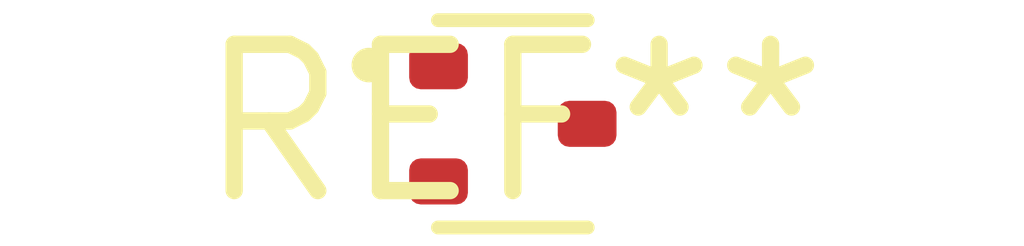
<source format=kicad_pcb>
(kicad_pcb (version 20240108) (generator pcbnew)
  (layers (0 "F.Cu" signal) (31 "B.Cu" signal) (34 "B.Paste" user) (35 "F.Paste" user) (36 "B.SilkS" user "B.Silkscreen") (37 "F.SilkS" user "F.Silkscreen") (38 "B.Mask" user) (39 "F.Mask" user) (44 "Edge.Cuts" user))
  (net 0 "")
  (footprint "SOT-523" (layer "F.Cu") (at 0 0)
    (property "Reference" "REF**")
    (property "Value" "SOT-523")
    (fp_line (start 0.65 -0.9) (end -0.65 -0.9) (layer "F.SilkS") (stroke (width 0.12)))
    (fp_line (start 0.65 0.9) (end -0.65 0.9) (layer "F.SilkS") (stroke (width 0.12)))
    (fp_circle (center -1.25 -0.51) (end -1.1 -0.51) (layer "F.SilkS") (fill solid))
    (pad "1" smd roundrect (at -0.645 -0.5 180) (size 0.51 0.4) (layers "F.Cu" "F.Paste" "F.Mask"))
    (pad "2" smd roundrect (at -0.645 0.5 180) (size 0.51 0.4) (layers "F.Cu" "F.Paste" "F.Mask"))
    (pad "3" smd roundrect (at 0.645 0 180) (size 0.51 0.4) (layers "F.Cu" "F.Paste" "F.Mask"))
  )
)
</source>
